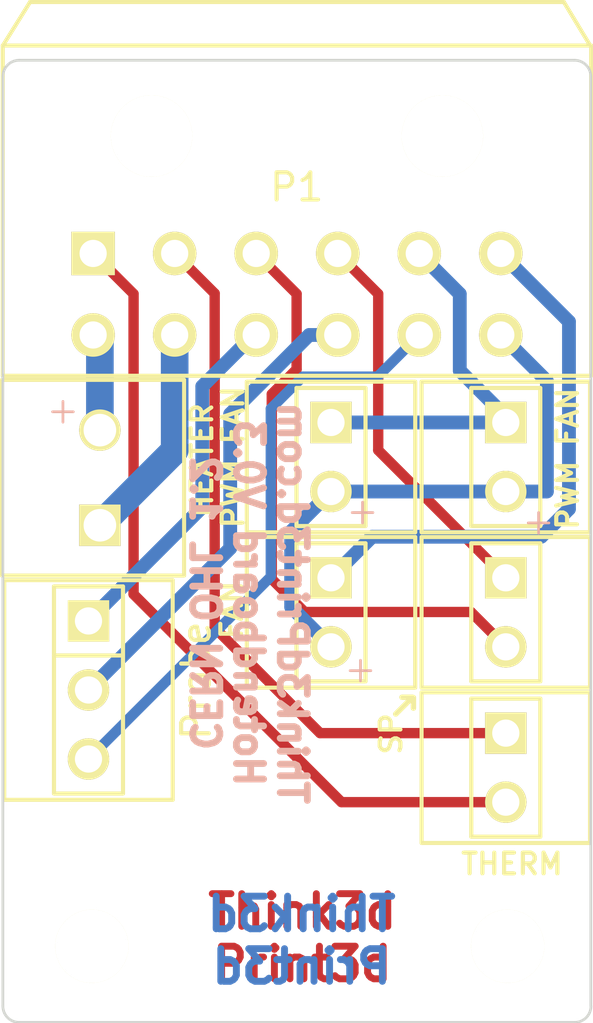
<source format=kicad_pcb>
(kicad_pcb (version 4) (host pcbnew 4.0.2-stable)

  (general
    (links 15)
    (no_connects 0)
    (area 155.367169 156.5656 177.701801 194.550001)
    (thickness 1.6)
    (drawings 22)
    (tracks 53)
    (zones 0)
    (modules 10)
    (nets 13)
  )

  (page A3)
  (title_block
    (title "Kossel Hotend PCB")
    (date "12 Jul 16")
    (rev 0.3)
    (company Think3dPrint3d)
    (comment 1 "(c) Licensed under the CERN OHL V1.2")
  )

  (layers
    (0 F.Cu signal)
    (31 B.Cu signal)
    (34 B.Paste user hide)
    (35 F.Paste user hide)
    (36 B.SilkS user)
    (37 F.SilkS user hide)
    (38 B.Mask user hide)
    (39 F.Mask user hide)
    (44 Edge.Cuts user)
  )

  (setup
    (last_trace_width 0.254)
    (user_trace_width 0.381)
    (user_trace_width 0.508)
    (user_trace_width 0.762)
    (user_trace_width 1.016)
    (user_trace_width 1.524)
    (user_trace_width 1.778)
    (user_trace_width 2.032)
    (user_trace_width 2.286)
    (user_trace_width 2.54)
    (trace_clearance 0.254)
    (zone_clearance 0.508)
    (zone_45_only no)
    (trace_min 0.254)
    (segment_width 0.2)
    (edge_width 0.1)
    (via_size 0.889)
    (via_drill 0.635)
    (via_min_size 0.889)
    (via_min_drill 0.508)
    (uvia_size 0.508)
    (uvia_drill 0.127)
    (uvias_allowed no)
    (uvia_min_size 0.508)
    (uvia_min_drill 0.127)
    (pcb_text_width 0.3)
    (pcb_text_size 1.5 1.5)
    (mod_edge_width 0.15)
    (mod_text_size 1 1)
    (mod_text_width 0.15)
    (pad_size 3 3)
    (pad_drill 3)
    (pad_to_mask_clearance 0)
    (aux_axis_origin 155.71724 195.49364)
    (visible_elements 7FFFFFFF)
    (pcbplotparams
      (layerselection 0x00030_80000001)
      (usegerberextensions true)
      (excludeedgelayer true)
      (linewidth 0.150000)
      (plotframeref false)
      (viasonmask false)
      (mode 1)
      (useauxorigin true)
      (hpglpennumber 1)
      (hpglpenspeed 20)
      (hpglpendiameter 15)
      (hpglpenoverlay 2)
      (psnegative false)
      (psa4output false)
      (plotreference true)
      (plotvalue true)
      (plotinvisibletext false)
      (padsonsilk false)
      (subtractmaskfromsilk true)
      (outputformat 1)
      (mirror false)
      (drillshape 0)
      (scaleselection 1)
      (outputdirectory KosselHotendPCB_CAM_DATA_v0.3/))
  )

  (net 0 "")
  (net 1 +12V)
  (net 2 "FAN +")
  (net 3 GND)
  (net 4 "Heater -VE")
  (net 5 "PWM Fan -VE")
  (net 6 "Probe GND")
  (net 7 "Probe Sig")
  (net 8 Spare1)
  (net 9 Spare2)
  (net 10 Therm1)
  (net 11 Therm2)
  (net 12 Vcc)

  (net_class Default "This is the default net class."
    (clearance 0.254)
    (trace_width 0.254)
    (via_dia 0.889)
    (via_drill 0.635)
    (uvia_dia 0.508)
    (uvia_drill 0.127)
    (add_net +12V)
    (add_net "FAN +")
    (add_net GND)
    (add_net "Heater -VE")
    (add_net "PWM Fan -VE")
    (add_net "Probe GND")
    (add_net "Probe Sig")
    (add_net Spare1)
    (add_net Spare2)
    (add_net Therm1)
    (add_net Therm2)
    (add_net Vcc)
  )

  (net_class .508 ""
    (clearance 0.254)
    (trace_width 0.508)
    (via_dia 0.889)
    (via_drill 0.635)
    (uvia_dia 0.508)
    (uvia_drill 0.127)
  )

  (net_class 1.016 ""
    (clearance 0.254)
    (trace_width 1.016)
    (via_dia 0.889)
    (via_drill 0.635)
    (uvia_dia 0.508)
    (uvia_drill 0.127)
  )

  (net_class 2.032 ""
    (clearance 0.254)
    (trace_width 2.032)
    (via_dia 0.889)
    (via_drill 0.635)
    (uvia_dia 0.508)
    (uvia_drill 0.127)
  )

  (net_class 2.54 ""
    (clearance 0.254)
    (trace_width 2.54)
    (via_dia 0.889)
    (via_drill 0.635)
    (uvia_dia 0.508)
    (uvia_drill 0.127)
  )

  (module PIN_ARRAY_6x2_lugs (layer F.Cu) (tedit 578C94B6) (tstamp 550474B7)
    (at 166.5478 167.70858)
    (tags INPUT)
    (path /5787F0A9)
    (fp_text reference P1 (at -0.01 -3.94) (layer F.SilkS)
      (effects (font (size 1 1) (thickness 0.15)))
    )
    (fp_text value CONN_6X2 (at -0.1778 -9.87298) (layer F.SilkS) hide
      (effects (font (size 1.016 1.016) (thickness 0.2032)))
    )
    (fp_line (start 10.8 -9.13) (end 9.82 -10.75) (layer F.SilkS) (width 0.15))
    (fp_line (start -10.82 -9.15) (end -9.82 -10.75) (layer F.SilkS) (width 0.15))
    (fp_line (start -10.825 -9.15) (end 10.825 -9.15) (layer F.SilkS) (width 0.15))
    (fp_line (start 10.825 3) (end 10.825 -9.15) (layer F.SilkS) (width 0.15))
    (fp_line (start -10.825 3) (end -10.825 -9.15) (layer F.SilkS) (width 0.15))
    (fp_line (start -9.825 -10.75) (end 9.825 -10.75) (layer F.SilkS) (width 0.15))
    (fp_line (start 10.825 3) (end -10.825 3) (layer F.SilkS) (width 0.15))
    (pad 1 thru_hole rect (at -7.5 -1.5) (size 1.6 1.6) (drill 1) (layers *.Cu *.Mask F.SilkS)
      (net 11 Therm2))
    (pad 2 thru_hole circle (at -7.5 1.5) (size 1.6 1.6) (drill 1) (layers *.Cu *.Mask F.SilkS)
      (net 1 +12V))
    (pad 3 thru_hole circle (at -4.5 -1.5) (size 1.6 1.6) (drill 1) (layers *.Cu *.Mask F.SilkS)
      (net 10 Therm1))
    (pad 4 thru_hole circle (at -4.5 1.5) (size 1.6 1.6) (drill 1) (layers *.Cu *.Mask F.SilkS)
      (net 4 "Heater -VE"))
    (pad 5 thru_hole circle (at -1.5 -1.5) (size 1.6 1.6) (drill 1) (layers *.Cu *.Mask F.SilkS)
      (net 9 Spare2))
    (pad 6 thru_hole circle (at -1.5 1.5) (size 1.6 1.6) (drill 1) (layers *.Cu *.Mask F.SilkS)
      (net 12 Vcc))
    (pad 7 thru_hole circle (at 1.5 -1.5) (size 1.6 1.6) (drill 1) (layers *.Cu *.Mask F.SilkS)
      (net 8 Spare1))
    (pad 8 thru_hole circle (at 1.5 1.5) (size 1.6 1.6) (drill 1) (layers *.Cu *.Mask F.SilkS)
      (net 6 "Probe GND"))
    (pad 9 thru_hole circle (at 4.5 -1.5) (size 1.6 1.6) (drill 1) (layers *.Cu *.Mask F.SilkS)
      (net 5 "PWM Fan -VE"))
    (pad 10 thru_hole circle (at 4.5 1.5) (size 1.6 1.6) (drill 1) (layers *.Cu *.Mask F.SilkS)
      (net 7 "Probe Sig"))
    (pad "" np_thru_hole circle (at -5.35 -5.82) (size 3 3) (drill 3) (layers *.Cu *.Mask F.SilkS))
    (pad "" np_thru_hole circle (at 5.35 -5.82) (size 3 3) (drill 3) (layers *.Cu *.Mask F.SilkS))
    (pad 12 thru_hole circle (at 7.5 1.5) (size 1.6 1.6) (drill 1) (layers *.Cu *.Mask F.SilkS)
      (net 2 "FAN +"))
    (pad 11 thru_hole circle (at 7.5 -1.5) (size 1.6 1.6) (drill 1) (layers *.Cu *.Mask F.SilkS)
      (net 3 GND))
    (model pin_array/pins_array_5x2.wrl
      (at (xyz 0 0 0))
      (scale (xyz 1 1 1))
      (rotate (xyz 0 0 0))
    )
  )

  (module Fixing_2.7mm locked (layer F.Cu) (tedit 55C72C8C) (tstamp 5504C5F3)
    (at 160 191.7)
    (path Fixing_M2.5)
    (fp_text reference "" (at 0 -5.00126) (layer F.SilkS)
      (effects (font (thickness 0.3048)))
    )
    (fp_text value "" (at -0.1799 0.1716) (layer F.SilkS)
      (effects (font (thickness 0.3048)))
    )
    (pad "" np_thru_hole circle (at -1 0) (size 2.7 2.7) (drill 2.7) (layers *.Cu *.Mask F.SilkS))
  )

  (module PIN_ARRAY_3X1_KK (layer F.Cu) (tedit 578C9443) (tstamp 55C48756)
    (at 158.877 182.2704 270)
    (descr "Connecteur 3 pins")
    (tags "CONN DEV")
    (path /55C4714C)
    (fp_text reference P6 (at 0.254 -2.159 270) (layer F.SilkS) hide
      (effects (font (size 1.016 1.016) (thickness 0.1524)))
    )
    (fp_text value Probe (at -0.3429 -3.9624 270) (layer F.SilkS)
      (effects (font (size 1.016 1.016) (thickness 0.1524)))
    )
    (fp_line (start -4.04114 -3.0988) (end 4.04114 -3.0988) (layer F.SilkS) (width 0.14986))
    (fp_line (start 4.04114 -3.0988) (end 4.04114 3.0988) (layer F.SilkS) (width 0.14986))
    (fp_line (start 4.04114 3.0988) (end -4.04114 3.0988) (layer F.SilkS) (width 0.14986))
    (fp_line (start -4.04114 3.0988) (end -4.04114 -3.0988) (layer F.SilkS) (width 0.14986))
    (fp_line (start -3.81 1.27) (end -3.81 -1.27) (layer F.SilkS) (width 0.1524))
    (fp_line (start -3.81 -1.27) (end 3.81 -1.27) (layer F.SilkS) (width 0.1524))
    (fp_line (start 3.81 -1.27) (end 3.81 1.27) (layer F.SilkS) (width 0.1524))
    (fp_line (start 3.81 1.27) (end -3.81 1.27) (layer F.SilkS) (width 0.1524))
    (fp_line (start -1.27 -1.27) (end -1.27 1.27) (layer F.SilkS) (width 0.1524))
    (pad 1 thru_hole rect (at -2.54 0 270) (size 1.524 1.524) (drill 1) (layers *.Cu *.Mask F.SilkS)
      (net 12 Vcc))
    (pad 2 thru_hole circle (at 0 0 270) (size 1.524 1.524) (drill 1) (layers *.Cu *.Mask F.SilkS)
      (net 6 "Probe GND"))
    (pad 3 thru_hole circle (at 2.54 0 270) (size 1.524 1.524) (drill 1) (layers *.Cu *.Mask F.SilkS)
      (net 7 "Probe Sig"))
    (model pin_array/pins_array_3x1.wrl
      (at (xyz 0 0 0))
      (scale (xyz 1 1 1))
      (rotate (xyz 0 0 0))
    )
  )

  (module Fixing_2.7mm locked (layer F.Cu) (tedit 55C72BEE) (tstamp 5504C5FD)
    (at 174.3 191.7)
    (path Fixing_M2.5)
    (fp_text reference "" (at 0 -5.00126) (layer F.SilkS)
      (effects (font (thickness 0.3048)))
    )
    (fp_text value "" (at -0.2023 -0.057) (layer F.SilkS)
      (effects (font (thickness 0.3048)))
    )
    (pad "" np_thru_hole circle (at 0 0) (size 2.7 2.7) (drill 2.7) (layers *.Cu *.Mask F.SilkS))
  )

  (module PIN_ARRAY_2X1_KK (layer F.Cu) (tedit 578C9624) (tstamp 5787F35F)
    (at 167.8 179.4129 270)
    (descr "Connecteurs 2 pins")
    (tags "CONN DEV")
    (path /55C47DB4)
    (fp_text reference P5 (at 0.03556 -2.41808 270) (layer F.SilkS) hide
      (effects (font (size 0.762 0.762) (thickness 0.1524)))
    )
    (fp_text value FAN (at -0.08382 3.65504 270) (layer F.SilkS)
      (effects (font (size 0.762 0.762) (thickness 0.1524)))
    )
    (fp_line (start -2.77114 -3.0988) (end 2.77114 -3.0988) (layer F.SilkS) (width 0.14986))
    (fp_line (start 2.77114 -3.0988) (end 2.77114 3.0988) (layer F.SilkS) (width 0.14986))
    (fp_line (start 2.77114 3.0988) (end -2.77114 3.0988) (layer F.SilkS) (width 0.14986))
    (fp_line (start -2.77114 3.0988) (end -2.77114 -3.0988) (layer F.SilkS) (width 0.14986))
    (fp_line (start -2.54 1.27) (end -2.54 -1.27) (layer F.SilkS) (width 0.1524))
    (fp_line (start -2.54 -1.27) (end 2.54 -1.27) (layer F.SilkS) (width 0.1524))
    (fp_line (start 2.54 -1.27) (end 2.54 1.27) (layer F.SilkS) (width 0.1524))
    (fp_line (start 2.54 1.27) (end -2.54 1.27) (layer F.SilkS) (width 0.1524))
    (pad 1 thru_hole rect (at -1.27 0 270) (size 1.524 1.524) (drill 1) (layers *.Cu *.Mask F.SilkS)
      (net 3 GND))
    (pad 2 thru_hole circle (at 1.27 0 270) (size 1.524 1.524) (drill 1) (layers *.Cu *.Mask F.SilkS)
      (net 2 "FAN +"))
    (model pin_array/pins_array_2x1.wrl
      (at (xyz 0 0 0))
      (scale (xyz 1 1 1))
      (rotate (xyz 0 0 0))
    )
  )

  (module PIN_ARRAY_2X1_KK (layer F.Cu) (tedit 578C9531) (tstamp 55047491)
    (at 167.8 173.6979 270)
    (descr "Connecteurs 2 pins")
    (tags "CONN DEV")
    (path /55C47D72)
    (fp_text reference P4 (at 0.127 2.1717 270) (layer F.SilkS) hide
      (effects (font (size 0.762 0.762) (thickness 0.1524)))
    )
    (fp_text value "PWM FAN" (at 0.00508 3.60678 270) (layer F.SilkS)
      (effects (font (size 0.762 0.762) (thickness 0.1524)))
    )
    (fp_line (start -2.77114 -3.0988) (end 2.77114 -3.0988) (layer F.SilkS) (width 0.14986))
    (fp_line (start 2.77114 -3.0988) (end 2.77114 3.0988) (layer F.SilkS) (width 0.14986))
    (fp_line (start 2.77114 3.0988) (end -2.77114 3.0988) (layer F.SilkS) (width 0.14986))
    (fp_line (start -2.77114 3.0988) (end -2.77114 -3.0988) (layer F.SilkS) (width 0.14986))
    (fp_line (start -2.54 1.27) (end -2.54 -1.27) (layer F.SilkS) (width 0.1524))
    (fp_line (start -2.54 -1.27) (end 2.54 -1.27) (layer F.SilkS) (width 0.1524))
    (fp_line (start 2.54 -1.27) (end 2.54 1.27) (layer F.SilkS) (width 0.1524))
    (fp_line (start 2.54 1.27) (end -2.54 1.27) (layer F.SilkS) (width 0.1524))
    (pad 1 thru_hole rect (at -1.27 0 270) (size 1.524 1.524) (drill 1) (layers *.Cu *.Mask F.SilkS)
      (net 5 "PWM Fan -VE"))
    (pad 2 thru_hole circle (at 1.27 0 270) (size 1.524 1.524) (drill 1) (layers *.Cu *.Mask F.SilkS)
      (net 2 "FAN +"))
    (model pin_array/pins_array_2x1.wrl
      (at (xyz 0 0 0))
      (scale (xyz 1 1 1))
      (rotate (xyz 0 0 0))
    )
  )

  (module PIN_ARRAY_2X1_KK (layer F.Cu) (tedit 578C92E9) (tstamp 550474A3)
    (at 174.2313 185.1279 270)
    (descr "Connecteurs 2 pins")
    (tags "CONN DEV")
    (path /5787D3CF)
    (fp_text reference P3 (at 0.03556 -2.41808 270) (layer F.SilkS) hide
      (effects (font (size 0.762 0.762) (thickness 0.1524)))
    )
    (fp_text value THERM (at 3.5433 -0.2286 360) (layer F.SilkS)
      (effects (font (size 0.762 0.762) (thickness 0.1524)))
    )
    (fp_line (start -2.77114 -3.0988) (end 2.77114 -3.0988) (layer F.SilkS) (width 0.14986))
    (fp_line (start 2.77114 -3.0988) (end 2.77114 3.0988) (layer F.SilkS) (width 0.14986))
    (fp_line (start 2.77114 3.0988) (end -2.77114 3.0988) (layer F.SilkS) (width 0.14986))
    (fp_line (start -2.77114 3.0988) (end -2.77114 -3.0988) (layer F.SilkS) (width 0.14986))
    (fp_line (start -2.54 1.27) (end -2.54 -1.27) (layer F.SilkS) (width 0.1524))
    (fp_line (start -2.54 -1.27) (end 2.54 -1.27) (layer F.SilkS) (width 0.1524))
    (fp_line (start 2.54 -1.27) (end 2.54 1.27) (layer F.SilkS) (width 0.1524))
    (fp_line (start 2.54 1.27) (end -2.54 1.27) (layer F.SilkS) (width 0.1524))
    (pad 1 thru_hole rect (at -1.27 0 270) (size 1.524 1.524) (drill 1) (layers *.Cu *.Mask F.SilkS)
      (net 10 Therm1))
    (pad 2 thru_hole circle (at 1.27 0 270) (size 1.524 1.524) (drill 1) (layers *.Cu *.Mask F.SilkS)
      (net 11 Therm2))
    (model pin_array/pins_array_2x1.wrl
      (at (xyz 0 0 0))
      (scale (xyz 1 1 1))
      (rotate (xyz 0 0 0))
    )
  )

  (module PIN_ARRAY_2X1_KK (layer F.Cu) (tedit 578C9537) (tstamp 5787F62C)
    (at 174.2313 173.6979 270)
    (descr "Connecteurs 2 pins")
    (tags "CONN DEV")
    (path /55C62B93)
    (fp_text reference P7 (at 0.03556 -2.41808 270) (layer F.SilkS) hide
      (effects (font (size 0.762 0.762) (thickness 0.1524)))
    )
    (fp_text value "PWM FAN" (at 0.0635 -2.2733 270) (layer F.SilkS)
      (effects (font (size 0.762 0.762) (thickness 0.1524)))
    )
    (fp_line (start -2.77114 -3.0988) (end 2.77114 -3.0988) (layer F.SilkS) (width 0.14986))
    (fp_line (start 2.77114 -3.0988) (end 2.77114 3.0988) (layer F.SilkS) (width 0.14986))
    (fp_line (start 2.77114 3.0988) (end -2.77114 3.0988) (layer F.SilkS) (width 0.14986))
    (fp_line (start -2.77114 3.0988) (end -2.77114 -3.0988) (layer F.SilkS) (width 0.14986))
    (fp_line (start -2.54 1.27) (end -2.54 -1.27) (layer F.SilkS) (width 0.1524))
    (fp_line (start -2.54 -1.27) (end 2.54 -1.27) (layer F.SilkS) (width 0.1524))
    (fp_line (start 2.54 -1.27) (end 2.54 1.27) (layer F.SilkS) (width 0.1524))
    (fp_line (start 2.54 1.27) (end -2.54 1.27) (layer F.SilkS) (width 0.1524))
    (pad 1 thru_hole rect (at -1.27 0 270) (size 1.524 1.524) (drill 1) (layers *.Cu *.Mask F.SilkS)
      (net 5 "PWM Fan -VE"))
    (pad 2 thru_hole circle (at 1.27 0 270) (size 1.524 1.524) (drill 1) (layers *.Cu *.Mask F.SilkS)
      (net 2 "FAN +"))
    (model pin_array/pins_array_2x1.wrl
      (at (xyz 0 0 0))
      (scale (xyz 1 1 1))
      (rotate (xyz 0 0 0))
    )
  )

  (module PIN_ARRAY_2X1_KK (layer F.Cu) (tedit 578C954F) (tstamp 5787EFDF)
    (at 174.2313 179.4129 270)
    (descr "Connecteurs 2 pins")
    (tags "CONN DEV")
    (path /5787D3C9)
    (fp_text reference P8 (at 0.0254 2.2098 270) (layer F.SilkS) hide
      (effects (font (size 0.762 0.762) (thickness 0.1524)))
    )
    (fp_text value SP (at 4.47294 4.22148 270) (layer F.SilkS)
      (effects (font (size 0.762 0.762) (thickness 0.1524)))
    )
    (fp_line (start -2.77114 -3.0988) (end 2.77114 -3.0988) (layer F.SilkS) (width 0.14986))
    (fp_line (start 2.77114 -3.0988) (end 2.77114 3.0988) (layer F.SilkS) (width 0.14986))
    (fp_line (start 2.77114 3.0988) (end -2.77114 3.0988) (layer F.SilkS) (width 0.14986))
    (fp_line (start -2.77114 3.0988) (end -2.77114 -3.0988) (layer F.SilkS) (width 0.14986))
    (fp_line (start -2.54 1.27) (end -2.54 -1.27) (layer F.SilkS) (width 0.1524))
    (fp_line (start -2.54 -1.27) (end 2.54 -1.27) (layer F.SilkS) (width 0.1524))
    (fp_line (start 2.54 -1.27) (end 2.54 1.27) (layer F.SilkS) (width 0.1524))
    (fp_line (start 2.54 1.27) (end -2.54 1.27) (layer F.SilkS) (width 0.1524))
    (pad 1 thru_hole rect (at -1.27 0 270) (size 1.524 1.524) (drill 1) (layers *.Cu *.Mask F.SilkS)
      (net 8 Spare1))
    (pad 2 thru_hole circle (at 1.27 0 270) (size 1.524 1.524) (drill 1) (layers *.Cu *.Mask F.SilkS)
      (net 9 Spare2))
    (model pin_array/pins_array_2x1.wrl
      (at (xyz 0 0 0))
      (scale (xyz 1 1 1))
      (rotate (xyz 0 0 0))
    )
  )

  (module 3.5MM_2X1 (layer F.Cu) (tedit 578C952D) (tstamp 5787F689)
    (at 159.2961 174.4599 90)
    (descr "Connecteurs 2 pins")
    (tags "CONN DEV")
    (path /55046F6E)
    (fp_text reference P2 (at -0.03 -1.73 90) (layer F.SilkS) hide
      (effects (font (size 0.762 0.762) (thickness 0.1524)))
    )
    (fp_text value HEATER (at 0.64262 3.75412 90) (layer F.SilkS)
      (effects (font (size 0.762 0.762) (thickness 0.1524)))
    )
    (fp_text user front (at -0.14 -3.07 90) (layer F.SilkS) hide
      (effects (font (size 0.5 0.5) (thickness 0.1)))
    )
    (fp_line (start -3.6 -3.6) (end 3.6 -3.6) (layer F.SilkS) (width 0.14986))
    (fp_line (start 3.6 -3.6) (end 3.6 3.0988) (layer F.SilkS) (width 0.14986))
    (fp_line (start 3.6 3.0988) (end -3.6 3.0988) (layer F.SilkS) (width 0.14986))
    (fp_line (start -3.6 3.0988) (end -3.6 -3.6) (layer F.SilkS) (width 0.14986))
    (pad 1 thru_hole rect (at -1.75 0 90) (size 1.524 1.524) (drill 1.19888) (layers *.Cu *.Mask F.SilkS)
      (net 4 "Heater -VE"))
    (pad 2 thru_hole circle (at 1.75 0 90) (size 1.524 1.524) (drill 1.19888) (layers *.Cu *.Mask F.SilkS)
      (net 1 +12V))
    (model pin_array/pins_array_2x1.wrl
      (at (xyz 0 0 0))
      (scale (xyz 1 1 1))
      (rotate (xyz 0 0 0))
    )
  )

  (gr_line (start 170.83278 182.5498) (end 170.83278 182.93842) (angle 90) (layer F.SilkS) (width 0.2))
  (gr_line (start 170.79976 182.5371) (end 170.41114 182.5371) (angle 90) (layer F.SilkS) (width 0.2))
  (gr_line (start 170.18254 183.15432) (end 170.79976 182.5371) (angle 90) (layer F.SilkS) (width 0.2))
  (gr_text Print3d (at 166.71036 193.41084) (layer B.Mask)
    (effects (font (size 1.2 1.2) (thickness 0.2)) (justify mirror))
  )
  (gr_text Think3d (at 166.7256 191.48298) (layer B.Mask)
    (effects (font (size 1.2 1.2) (thickness 0.2)) (justify mirror))
  )
  (gr_text Print3d (at 166.74592 193.3194) (layer F.Mask)
    (effects (font (size 1.2 1.2) (thickness 0.22)))
  )
  (gr_text Think3d (at 166.74084 191.38392) (layer F.Mask)
    (effects (font (size 1.2 1.2) (thickness 0.22)))
  )
  (gr_text + (at 168.9608 175.6664) (layer B.SilkS)
    (effects (font (size 1 1) (thickness 0.1)))
  )
  (gr_text "Think3d\nPrint3d" (at 166.71798 191.48044) (layer B.Cu)
    (effects (font (size 1.2 1.2) (thickness 0.254)) (justify mirror))
  )
  (gr_text "Think3d\nPrint3d" (at 166.74592 191.389) (layer F.Cu)
    (effects (font (size 1.2 1.2) (thickness 0.254)))
  )
  (gr_text + (at 168.8846 181.483) (layer B.SilkS)
    (effects (font (size 1 1) (thickness 0.1)))
  )
  (gr_text + (at 175.4378 176.0474) (layer B.SilkS)
    (effects (font (size 1 1) (thickness 0.1)))
  )
  (gr_text + (at 157.9372 171.958) (layer B.SilkS)
    (effects (font (size 1 1) (thickness 0.1)) (justify mirror))
  )
  (gr_text "Think3dPrint3d.com\nHotendboard V0.3\nCERN OHL 1.2" (at 164.7698 179.07 270) (layer B.SilkS)
    (effects (font (size 1 1) (thickness 0.25)) (justify mirror))
  )
  (gr_arc (start 156.327 193.9) (end 156.327 194.5) (angle 90) (layer Edge.Cuts) (width 0.1) (tstamp 55C67360))
  (gr_arc (start 176.765 193.9) (end 177.365 193.9) (angle 90) (layer Edge.Cuts) (width 0.1))
  (gr_line (start 156.327 194.5) (end 176.75 194.5) (angle 90) (layer Edge.Cuts) (width 0.1) (tstamp 55C67363))
  (gr_line (start 177.36 159.7) (end 177.36 193.9) (angle 90) (layer Edge.Cuts) (width 0.1))
  (gr_arc (start 176.76 159.7) (end 176.76 159.1) (angle 90) (layer Edge.Cuts) (width 0.1) (tstamp 55C673A9))
  (gr_line (start 156.327 159.1) (end 176.75 159.1) (angle 90) (layer Edge.Cuts) (width 0.1) (tstamp 5504C5C0))
  (gr_line (start 155.727 159.7) (end 155.727 193.9) (angle 90) (layer Edge.Cuts) (width 0.1))
  (gr_arc (start 156.327 159.7) (end 155.727 159.7) (angle 90) (layer Edge.Cuts) (width 0.1))

  (segment (start 159.2961 172.7099) (end 159.2961 169.45688) (width 1.016) (layer B.Cu) (net 1))
  (segment (start 159.2961 169.45688) (end 159.0478 169.20858) (width 1.016) (layer B.Cu) (net 1) (tstamp 578C9326))
  (segment (start 167.8 174.9679) (end 166.33444 176.43346) (width 0.508) (layer B.Cu) (net 2))
  (segment (start 166.33444 179.21734) (end 167.8 180.6829) (width 0.508) (layer B.Cu) (net 2) (tstamp 578C9632))
  (segment (start 166.33444 176.43346) (end 166.33444 179.21734) (width 0.508) (layer B.Cu) (net 2) (tstamp 578C9631))
  (segment (start 167.8 174.9679) (end 174.2313 174.9679) (width 0.508) (layer B.Cu) (net 2) (tstamp 578C9391))
  (segment (start 174.2313 174.9679) (end 175.7426 174.9679) (width 0.508) (layer B.Cu) (net 2) (tstamp 578C9392))
  (segment (start 175.7426 174.9679) (end 175.7426 171.3103) (width 0.508) (layer B.Cu) (net 2) (tstamp 578C9393))
  (segment (start 175.7426 171.3103) (end 175.7426 170.90338) (width 0.508) (layer B.Cu) (net 2) (tstamp 578C9394))
  (segment (start 175.7426 170.90338) (end 174.0478 169.20858) (width 0.508) (layer B.Cu) (net 2) (tstamp 578C9395))
  (segment (start 167.8 178.1429) (end 169.3113 176.6316) (width 0.508) (layer B.Cu) (net 3))
  (segment (start 169.3113 176.6316) (end 175.53432 176.6316) (width 0.508) (layer B.Cu) (net 3) (tstamp 578C9635))
  (segment (start 174.0478 166.20858) (end 176.5554 168.71618) (width 0.508) (layer B.Cu) (net 3))
  (segment (start 176.5554 175.61052) (end 175.53432 176.6316) (width 0.508) (layer B.Cu) (net 3) (tstamp 578C93A0))
  (segment (start 176.5554 168.71618) (end 176.5554 175.61052) (width 0.508) (layer B.Cu) (net 3) (tstamp 578C939E))
  (segment (start 159.2961 176.2099) (end 162.0478 173.4582) (width 1.016) (layer B.Cu) (net 4))
  (segment (start 162.0478 173.4582) (end 162.0478 169.20858) (width 1.016) (layer B.Cu) (net 4) (tstamp 578C9329))
  (segment (start 167.8 172.4279) (end 174.2313 172.4279) (width 0.508) (layer B.Cu) (net 5))
  (segment (start 174.2313 172.4279) (end 174.2313 172.212) (width 0.508) (layer B.Cu) (net 5) (tstamp 578C9398))
  (segment (start 174.2313 172.212) (end 172.53712 170.51782) (width 0.508) (layer B.Cu) (net 5) (tstamp 578C9399))
  (segment (start 172.53712 170.51782) (end 172.53712 167.6979) (width 0.508) (layer B.Cu) (net 5) (tstamp 578C939A))
  (segment (start 172.53712 167.6979) (end 171.0478 166.20858) (width 0.508) (layer B.Cu) (net 5) (tstamp 578C939B))
  (segment (start 168.0478 169.20858) (end 166.99852 169.20858) (width 0.508) (layer B.Cu) (net 6))
  (segment (start 164.09162 177.05578) (end 158.877 182.2704) (width 0.508) (layer B.Cu) (net 6) (tstamp 578C93E1))
  (segment (start 164.09162 172.11548) (end 164.09162 177.05578) (width 0.508) (layer B.Cu) (net 6) (tstamp 578C93DD))
  (segment (start 166.99852 169.20858) (end 164.09162 172.11548) (width 0.508) (layer B.Cu) (net 6) (tstamp 578C93DB))
  (segment (start 171.0478 169.20858) (end 169.51504 170.74134) (width 0.381) (layer B.Cu) (net 7))
  (segment (start 165.58514 178.10226) (end 158.877 184.8104) (width 0.381) (layer B.Cu) (net 7) (tstamp 578C93EF))
  (segment (start 165.58514 171.9199) (end 165.58514 178.10226) (width 0.381) (layer B.Cu) (net 7) (tstamp 578C93EB))
  (segment (start 166.7637 170.74134) (end 165.58514 171.9199) (width 0.381) (layer B.Cu) (net 7) (tstamp 578C93EA))
  (segment (start 169.51504 170.74134) (end 166.7637 170.74134) (width 0.381) (layer B.Cu) (net 7) (tstamp 578C93E6))
  (segment (start 168.0478 166.20858) (end 169.53738 167.69816) (width 0.381) (layer F.Cu) (net 8))
  (segment (start 169.53738 173.44898) (end 174.2313 178.1429) (width 0.381) (layer F.Cu) (net 8) (tstamp 578C9435))
  (segment (start 169.53738 167.69816) (end 169.53738 173.44898) (width 0.381) (layer F.Cu) (net 8) (tstamp 578C9432))
  (segment (start 166.82974 179.4002) (end 172.9486 179.4002) (width 0.381) (layer F.Cu) (net 9) (tstamp 578C942A))
  (segment (start 165.6207 178.19116) (end 166.82974 179.4002) (width 0.381) (layer F.Cu) (net 9) (tstamp 578C9428))
  (segment (start 165.6207 171.38396) (end 165.6207 178.19116) (width 0.381) (layer F.Cu) (net 9) (tstamp 578C9424))
  (segment (start 166.5351 170.46956) (end 165.6207 171.38396) (width 0.381) (layer F.Cu) (net 9) (tstamp 578C9422))
  (segment (start 165.0478 166.20858) (end 166.5351 167.69588) (width 0.381) (layer F.Cu) (net 9))
  (segment (start 172.9486 179.4002) (end 174.2313 180.6829) (width 0.381) (layer F.Cu) (net 9) (tstamp 578C942E))
  (segment (start 166.5351 167.69588) (end 166.5351 170.46956) (width 0.381) (layer F.Cu) (net 9) (tstamp 578C941D))
  (segment (start 162.0478 166.20858) (end 163.52012 167.6809) (width 0.381) (layer F.Cu) (net 10))
  (segment (start 167.3987 183.8579) (end 174.2313 183.8579) (width 0.381) (layer F.Cu) (net 10) (tstamp 578C9412))
  (segment (start 163.52012 179.97932) (end 167.3987 183.8579) (width 0.381) (layer F.Cu) (net 10) (tstamp 578C940E))
  (segment (start 163.52012 167.6809) (end 163.52012 179.97932) (width 0.381) (layer F.Cu) (net 10) (tstamp 578C940C))
  (segment (start 159.0478 166.20858) (end 160.53562 167.6964) (width 0.381) (layer F.Cu) (net 11))
  (segment (start 168.1861 186.3979) (end 174.2313 186.3979) (width 0.381) (layer F.Cu) (net 11) (tstamp 578C9408))
  (segment (start 160.53562 178.74742) (end 168.1861 186.3979) (width 0.381) (layer F.Cu) (net 11) (tstamp 578C9401))
  (segment (start 160.53562 167.6964) (end 160.53562 178.74742) (width 0.381) (layer F.Cu) (net 11) (tstamp 578C93FB))
  (segment (start 165.0478 169.20858) (end 164.95382 169.20858) (width 0.508) (layer B.Cu) (net 12))
  (segment (start 163.063802 175.543598) (end 158.7754 179.832) (width 0.508) (layer B.Cu) (net 12) (tstamp 578C93D5))
  (segment (start 163.063802 171.098598) (end 163.063802 175.543598) (width 0.508) (layer B.Cu) (net 12) (tstamp 578C93CF))
  (segment (start 164.95382 169.20858) (end 163.063802 171.098598) (width 0.508) (layer B.Cu) (net 12) (tstamp 578C93CD))

)

</source>
